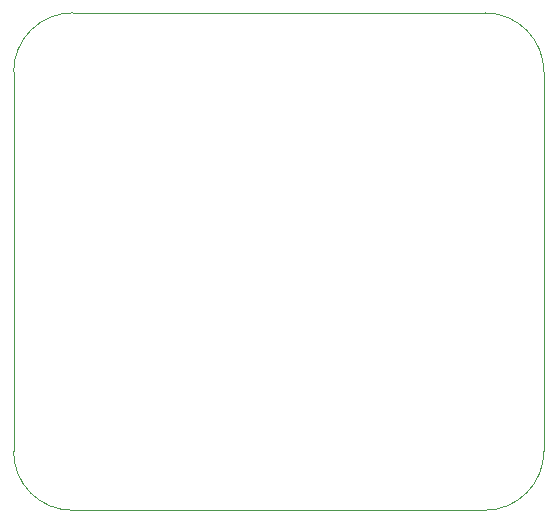
<source format=gbr>
%TF.GenerationSoftware,KiCad,Pcbnew,8.99.0-187-g1297ddc88d*%
%TF.CreationDate,2024-06-02T21:20:44+08:00*%
%TF.ProjectId,switch,73776974-6368-42e6-9b69-6361645f7063,V2*%
%TF.SameCoordinates,Original*%
%TF.FileFunction,Profile,NP*%
%FSLAX46Y46*%
G04 Gerber Fmt 4.6, Leading zero omitted, Abs format (unit mm)*
G04 Created by KiCad (PCBNEW 8.99.0-187-g1297ddc88d) date 2024-06-02 21:20:44*
%MOMM*%
%LPD*%
G01*
G04 APERTURE LIST*
%TA.AperFunction,Profile*%
%ADD10C,0.050000*%
%TD*%
G04 APERTURE END LIST*
D10*
X151150000Y-75485532D02*
G75*
G02*
X156149968Y-80485532I-100J-5000068D01*
G01*
X151150000Y-117600000D02*
X116250000Y-117600000D01*
X116250000Y-75485532D02*
X151150000Y-75485532D01*
X111249874Y-112599999D02*
X111250000Y-80485532D01*
X156150000Y-80485532D02*
X156150000Y-112600000D01*
X116250000Y-117600000D02*
G75*
G02*
X111249799Y-112599998I-35700J4964500D01*
G01*
X111250000Y-80485532D02*
G75*
G02*
X116250000Y-75485500I5000000J32D01*
G01*
X156150000Y-112600000D02*
G75*
G02*
X151150000Y-117600000I-5000000J0D01*
G01*
M02*

</source>
